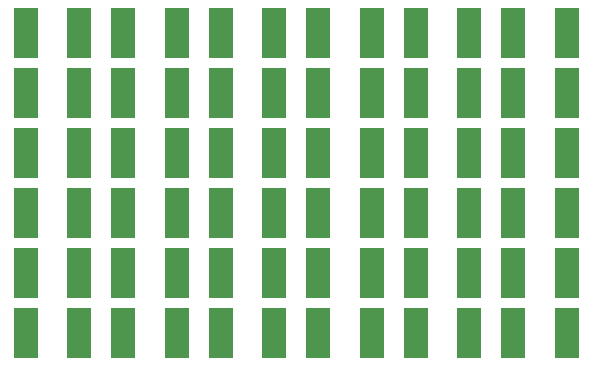
<source format=gbr>
%TF.GenerationSoftware,KiCad,Pcbnew,7.0.9-7.0.9~ubuntu23.04.1*%
%TF.CreationDate,2023-11-27T17:45:01+00:00*%
%TF.ProjectId,PCRD03,50435244-3033-42e6-9b69-6361645f7063,rev?*%
%TF.SameCoordinates,Original*%
%TF.FileFunction,Paste,Top*%
%TF.FilePolarity,Positive*%
%FSLAX46Y46*%
G04 Gerber Fmt 4.6, Leading zero omitted, Abs format (unit mm)*
G04 Created by KiCad (PCBNEW 7.0.9-7.0.9~ubuntu23.04.1) date 2023-11-27 17:45:01*
%MOMM*%
%LPD*%
G01*
G04 APERTURE LIST*
%ADD10R,2.000000X4.200000*%
G04 APERTURE END LIST*
D10*
%TO.C,D6*%
X69433000Y-43180000D03*
X64933000Y-43180000D03*
%TD*%
%TO.C,D7*%
X69433000Y-38100000D03*
X64933000Y-38100000D03*
%TD*%
%TO.C,D8*%
X69433000Y-53340000D03*
X64933000Y-53340000D03*
%TD*%
%TO.C,D9*%
X69433000Y-63500000D03*
X64933000Y-63500000D03*
%TD*%
%TO.C,D10*%
X69433000Y-48260000D03*
X64933000Y-48260000D03*
%TD*%
%TO.C,D11*%
X69433000Y-58420000D03*
X64933000Y-58420000D03*
%TD*%
%TO.C,D12*%
X77688000Y-38100000D03*
X73188000Y-38100000D03*
%TD*%
%TO.C,D13*%
X77688000Y-43180000D03*
X73188000Y-43180000D03*
%TD*%
%TO.C,D14*%
X77688000Y-48260000D03*
X73188000Y-48260000D03*
%TD*%
%TO.C,D15*%
X77688000Y-63500000D03*
X73188000Y-63500000D03*
%TD*%
%TO.C,D16*%
X77688000Y-53340000D03*
X73188000Y-53340000D03*
%TD*%
%TO.C,D17*%
X77688000Y-58420000D03*
X73188000Y-58420000D03*
%TD*%
%TO.C,D18*%
X85943000Y-38100000D03*
X81443000Y-38100000D03*
%TD*%
%TO.C,D19*%
X85943000Y-43180000D03*
X81443000Y-43180000D03*
%TD*%
%TO.C,D20*%
X85943000Y-48260000D03*
X81443000Y-48260000D03*
%TD*%
%TO.C,D21*%
X85943000Y-63500000D03*
X81443000Y-63500000D03*
%TD*%
%TO.C,D22*%
X85943000Y-53340000D03*
X81443000Y-53340000D03*
%TD*%
%TO.C,D23*%
X85943000Y-58420000D03*
X81443000Y-58420000D03*
%TD*%
%TO.C,D24*%
X94198000Y-58420000D03*
X89698000Y-58420000D03*
%TD*%
%TO.C,D25*%
X94198000Y-53340000D03*
X89698000Y-53340000D03*
%TD*%
%TO.C,D26*%
X94198000Y-43180000D03*
X89698000Y-43180000D03*
%TD*%
%TO.C,D27*%
X94198000Y-63500000D03*
X89698000Y-63500000D03*
%TD*%
%TO.C,D28*%
X94198000Y-48260000D03*
X89698000Y-48260000D03*
%TD*%
%TO.C,D29*%
X94198000Y-38100000D03*
X89698000Y-38100000D03*
%TD*%
%TO.C,D30*%
X102453000Y-58420000D03*
X97953000Y-58420000D03*
%TD*%
%TO.C,D31*%
X102453000Y-53340000D03*
X97953000Y-53340000D03*
%TD*%
%TO.C,D32*%
X102453000Y-63500000D03*
X97953000Y-63500000D03*
%TD*%
%TO.C,D33*%
X102453000Y-43180000D03*
X97953000Y-43180000D03*
%TD*%
%TO.C,D34*%
X102453000Y-48260000D03*
X97953000Y-48260000D03*
%TD*%
%TO.C,D35*%
X102453000Y-38100000D03*
X97953000Y-38100000D03*
%TD*%
%TO.C,D36*%
X110708000Y-38100000D03*
X106208000Y-38100000D03*
%TD*%
%TO.C,D37*%
X110708000Y-43180000D03*
X106208000Y-43180000D03*
%TD*%
%TO.C,D38*%
X110708000Y-48260000D03*
X106208000Y-48260000D03*
%TD*%
%TO.C,D39*%
X110708000Y-53340000D03*
X106208000Y-53340000D03*
%TD*%
%TO.C,D40*%
X110708000Y-58420000D03*
X106208000Y-58420000D03*
%TD*%
%TO.C,D41*%
X110708000Y-63500000D03*
X106208000Y-63500000D03*
%TD*%
M02*

</source>
